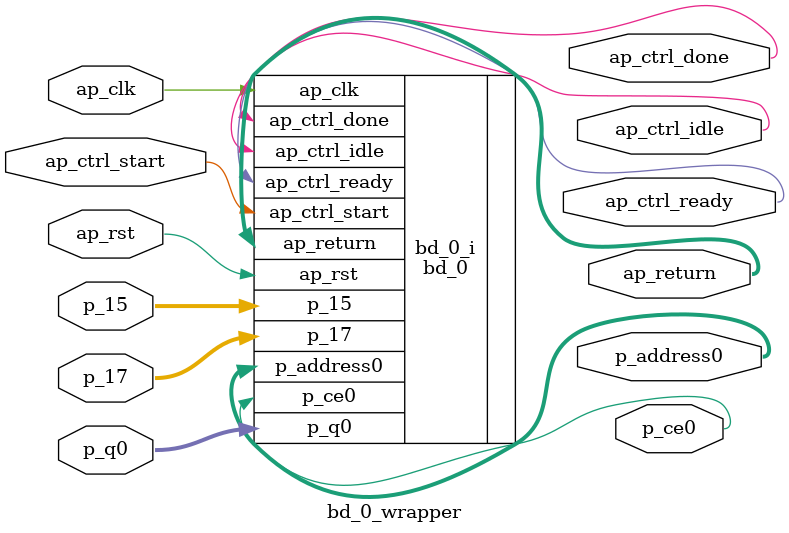
<source format=v>
`timescale 1 ps / 1 ps

module bd_0_wrapper
   (ap_clk,
    ap_ctrl_done,
    ap_ctrl_idle,
    ap_ctrl_ready,
    ap_ctrl_start,
    ap_return,
    ap_rst,
    p_15,
    p_17,
    p_address0,
    p_ce0,
    p_q0);
  input ap_clk;
  output ap_ctrl_done;
  output ap_ctrl_idle;
  output ap_ctrl_ready;
  input ap_ctrl_start;
  output [63:0]ap_return;
  input ap_rst;
  input [31:0]p_15;
  input [7:0]p_17;
  output [4:0]p_address0;
  output p_ce0;
  input [63:0]p_q0;

  wire ap_clk;
  wire ap_ctrl_done;
  wire ap_ctrl_idle;
  wire ap_ctrl_ready;
  wire ap_ctrl_start;
  wire [63:0]ap_return;
  wire ap_rst;
  wire [31:0]p_15;
  wire [7:0]p_17;
  wire [4:0]p_address0;
  wire p_ce0;
  wire [63:0]p_q0;

  bd_0 bd_0_i
       (.ap_clk(ap_clk),
        .ap_ctrl_done(ap_ctrl_done),
        .ap_ctrl_idle(ap_ctrl_idle),
        .ap_ctrl_ready(ap_ctrl_ready),
        .ap_ctrl_start(ap_ctrl_start),
        .ap_return(ap_return),
        .ap_rst(ap_rst),
        .p_15(p_15),
        .p_17(p_17),
        .p_address0(p_address0),
        .p_ce0(p_ce0),
        .p_q0(p_q0));
endmodule

</source>
